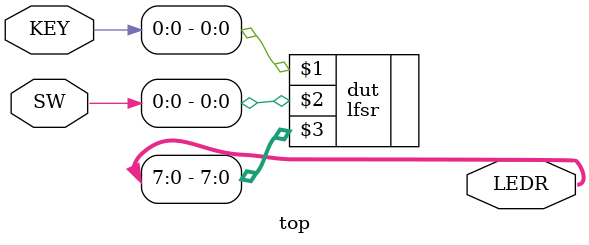
<source format=v>
module top (SW, KEY, LEDR);

    input wire [9:0] SW;        // DE-series switches
    input wire [3:0] KEY;       // DE-series pushbuttons

    output wire [9:0] LEDR;     // DE-series LEDs   

    lfsr dut (KEY[0], SW[0], LEDR[7:0]);
 
endmodule


</source>
